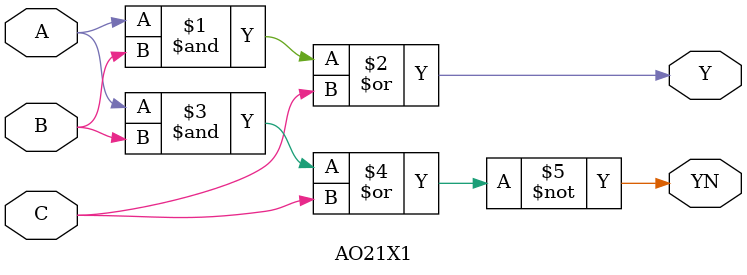
<source format=v>


module AO21X1 (A, B, C, Y, YN);
	input A, B, C;
	output Y, YN;

	assign Y = (A & B) | C;
	assign YN = ~((A & B) | C);

endmodule

</source>
